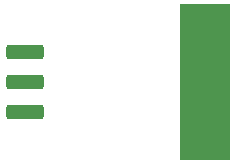
<source format=gbs>
G04*
G04 #@! TF.GenerationSoftware,Altium Limited,Altium Designer,24.4.1 (13)*
G04*
G04 Layer_Color=16711935*
%FSLAX25Y25*%
%MOIN*%
G70*
G04*
G04 #@! TF.SameCoordinates,3EEB7BDD-B038-4D3B-A9E7-BEF9E242D85C*
G04*
G04*
G04 #@! TF.FilePolarity,Negative*
G04*
G01*
G75*
G04:AMPARAMS|DCode=21|XSize=47.37mil|YSize=126.11mil|CornerRadius=8.92mil|HoleSize=0mil|Usage=FLASHONLY|Rotation=90.000|XOffset=0mil|YOffset=0mil|HoleType=Round|Shape=RoundedRectangle|*
%AMROUNDEDRECTD21*
21,1,0.04737,0.10827,0,0,90.0*
21,1,0.02953,0.12611,0,0,90.0*
1,1,0.01784,0.05413,0.01476*
1,1,0.01784,0.05413,-0.01476*
1,1,0.01784,-0.05413,-0.01476*
1,1,0.01784,-0.05413,0.01476*
%
%ADD21ROUNDEDRECTD21*%
G36*
X89370Y3976D02*
Y55945D01*
X106102D01*
Y3976D01*
X89370D01*
D02*
G37*
D21*
X98425Y13622D02*
D03*
Y24528D02*
D03*
Y35433D02*
D03*
Y46339D02*
D03*
X37795Y20020D02*
D03*
Y30020D02*
D03*
Y40020D02*
D03*
M02*

</source>
